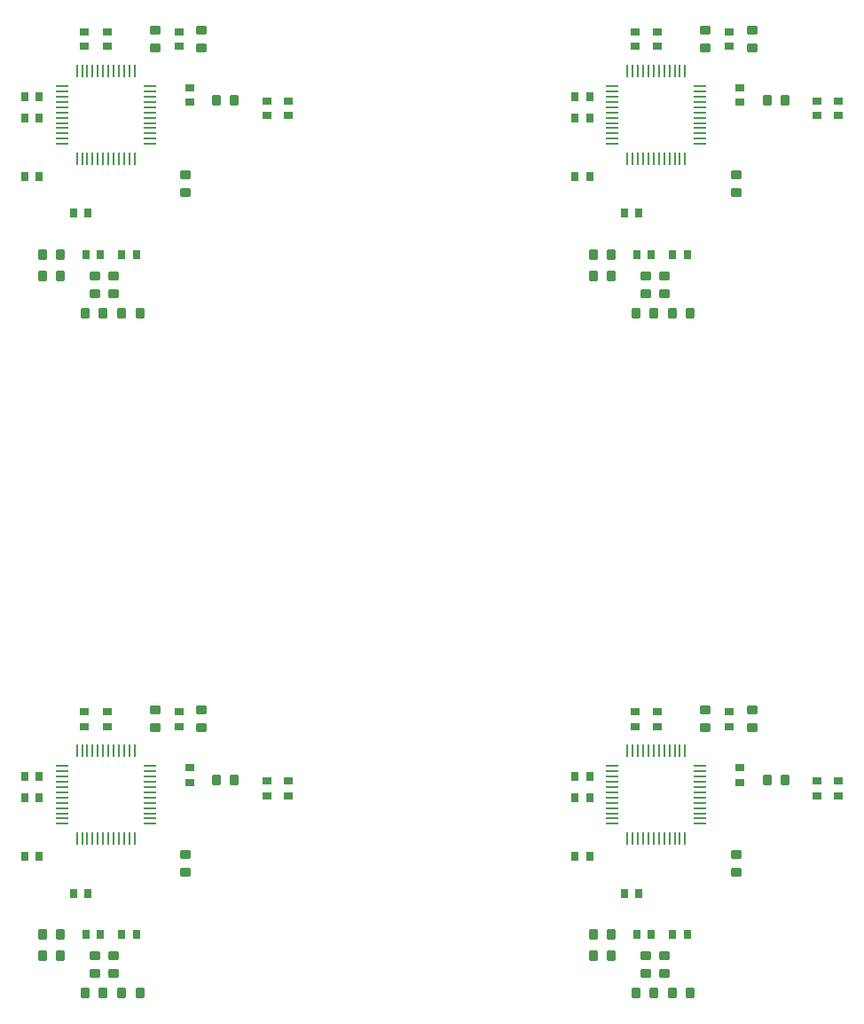
<source format=gtp>
G04 Layer_Color=8421504*
%FSLAX25Y25*%
%MOIN*%
G70*
G01*
G75*
G04:AMPARAMS|DCode=11|XSize=39.37mil|YSize=35.43mil|CornerRadius=4.43mil|HoleSize=0mil|Usage=FLASHONLY|Rotation=90.000|XOffset=0mil|YOffset=0mil|HoleType=Round|Shape=RoundedRectangle|*
%AMROUNDEDRECTD11*
21,1,0.03937,0.02657,0,0,90.0*
21,1,0.03051,0.03543,0,0,90.0*
1,1,0.00886,0.01329,0.01526*
1,1,0.00886,0.01329,-0.01526*
1,1,0.00886,-0.01329,-0.01526*
1,1,0.00886,-0.01329,0.01526*
%
%ADD11ROUNDEDRECTD11*%
G04:AMPARAMS|DCode=12|XSize=39.37mil|YSize=35.43mil|CornerRadius=4.43mil|HoleSize=0mil|Usage=FLASHONLY|Rotation=180.000|XOffset=0mil|YOffset=0mil|HoleType=Round|Shape=RoundedRectangle|*
%AMROUNDEDRECTD12*
21,1,0.03937,0.02657,0,0,180.0*
21,1,0.03051,0.03543,0,0,180.0*
1,1,0.00886,-0.01526,0.01329*
1,1,0.00886,0.01526,0.01329*
1,1,0.00886,0.01526,-0.01329*
1,1,0.00886,-0.01526,-0.01329*
%
%ADD12ROUNDEDRECTD12*%
%ADD15R,0.02953X0.03740*%
%ADD16R,0.03740X0.02953*%
%ADD39O,0.00781X0.05112*%
%ADD40O,0.05112X0.00781*%
D11*
X111100Y98000D02*
D03*
X117793D02*
D03*
X104100D02*
D03*
X97407D02*
D03*
X81407Y112000D02*
D03*
X88100D02*
D03*
Y120000D02*
D03*
X81407D02*
D03*
X153347Y178000D02*
D03*
X146653D02*
D03*
X318000Y98000D02*
D03*
X324693D02*
D03*
X311000D02*
D03*
X304307D02*
D03*
X288307Y112000D02*
D03*
X295000D02*
D03*
Y120000D02*
D03*
X288307D02*
D03*
X360246Y178000D02*
D03*
X353554D02*
D03*
X111100Y353400D02*
D03*
X117793D02*
D03*
X104100D02*
D03*
X97407D02*
D03*
X81407Y367400D02*
D03*
X88100D02*
D03*
Y375400D02*
D03*
X81407D02*
D03*
X153347Y433400D02*
D03*
X146653D02*
D03*
X318000Y353400D02*
D03*
X324693D02*
D03*
X311000D02*
D03*
X304307D02*
D03*
X288307Y367400D02*
D03*
X295000D02*
D03*
Y375400D02*
D03*
X288307D02*
D03*
X360246Y433400D02*
D03*
X353554D02*
D03*
D12*
X101100Y105307D02*
D03*
Y112000D02*
D03*
X108100D02*
D03*
Y105307D02*
D03*
X123500Y197654D02*
D03*
Y204346D02*
D03*
X141000Y197654D02*
D03*
Y204346D02*
D03*
X135000Y143500D02*
D03*
Y150193D02*
D03*
X308000Y105307D02*
D03*
Y112000D02*
D03*
X315000D02*
D03*
Y105307D02*
D03*
X330400Y197654D02*
D03*
Y204346D02*
D03*
X347900Y197654D02*
D03*
Y204346D02*
D03*
X341900Y143500D02*
D03*
Y150193D02*
D03*
X101100Y360707D02*
D03*
Y367400D02*
D03*
X108100D02*
D03*
Y360707D02*
D03*
X123500Y453054D02*
D03*
Y459747D02*
D03*
X141000Y453054D02*
D03*
Y459747D02*
D03*
X135000Y398900D02*
D03*
Y405593D02*
D03*
X308000Y360707D02*
D03*
Y367400D02*
D03*
X315000D02*
D03*
Y360707D02*
D03*
X330400Y453054D02*
D03*
Y459747D02*
D03*
X347900Y453054D02*
D03*
Y459747D02*
D03*
X341900Y398900D02*
D03*
Y405593D02*
D03*
D15*
X74488Y179500D02*
D03*
X80000D02*
D03*
X98412Y135600D02*
D03*
X92900D02*
D03*
X74488Y149500D02*
D03*
X80000D02*
D03*
X80012Y171500D02*
D03*
X74500D02*
D03*
X97588Y120000D02*
D03*
X103100D02*
D03*
X111100D02*
D03*
X116612D02*
D03*
X281388Y179500D02*
D03*
X286900D02*
D03*
X305312Y135600D02*
D03*
X299800D02*
D03*
X281388Y149500D02*
D03*
X286900D02*
D03*
X286912Y171500D02*
D03*
X281400D02*
D03*
X304488Y120000D02*
D03*
X310000D02*
D03*
X318000D02*
D03*
X323512D02*
D03*
X74488Y434900D02*
D03*
X80000D02*
D03*
X98412Y391000D02*
D03*
X92900D02*
D03*
X74488Y404900D02*
D03*
X80000D02*
D03*
X80012Y426900D02*
D03*
X74500D02*
D03*
X97588Y375400D02*
D03*
X103100D02*
D03*
X111100D02*
D03*
X116612D02*
D03*
X281388Y434900D02*
D03*
X286900D02*
D03*
X305312Y391000D02*
D03*
X299800D02*
D03*
X281388Y404900D02*
D03*
X286900D02*
D03*
X286912Y426900D02*
D03*
X281400D02*
D03*
X304488Y375400D02*
D03*
X310000D02*
D03*
X318000D02*
D03*
X323512D02*
D03*
D16*
X105500Y198244D02*
D03*
Y203756D02*
D03*
X132500D02*
D03*
Y198244D02*
D03*
X165500Y172244D02*
D03*
Y177756D02*
D03*
X173500D02*
D03*
Y172244D02*
D03*
X97000Y203756D02*
D03*
Y198244D02*
D03*
X136500Y177244D02*
D03*
Y182756D02*
D03*
X312400Y198244D02*
D03*
Y203756D02*
D03*
X339400D02*
D03*
Y198244D02*
D03*
X372400Y172244D02*
D03*
Y177756D02*
D03*
X380400D02*
D03*
Y172244D02*
D03*
X303900Y203756D02*
D03*
Y198244D02*
D03*
X343400Y177244D02*
D03*
Y182756D02*
D03*
X105500Y453644D02*
D03*
Y459156D02*
D03*
X132500D02*
D03*
Y453644D02*
D03*
X165500Y427644D02*
D03*
Y433156D02*
D03*
X173500D02*
D03*
Y427644D02*
D03*
X97000Y459156D02*
D03*
Y453644D02*
D03*
X136500Y432644D02*
D03*
Y438156D02*
D03*
X312400Y453644D02*
D03*
Y459156D02*
D03*
X339400D02*
D03*
Y453644D02*
D03*
X372400Y427644D02*
D03*
Y433156D02*
D03*
X380400D02*
D03*
Y427644D02*
D03*
X303900Y459156D02*
D03*
Y453644D02*
D03*
X343400Y432644D02*
D03*
Y438156D02*
D03*
D39*
X115827Y155965D02*
D03*
X113858D02*
D03*
X111890D02*
D03*
X109921D02*
D03*
X107953D02*
D03*
X105984D02*
D03*
X104016D02*
D03*
X102047D02*
D03*
X100079D02*
D03*
X98110D02*
D03*
X96142D02*
D03*
X94173D02*
D03*
Y189035D02*
D03*
X96142D02*
D03*
X98110D02*
D03*
X100079D02*
D03*
X102047D02*
D03*
X104016D02*
D03*
X105984D02*
D03*
X107953D02*
D03*
X109921D02*
D03*
X111890D02*
D03*
X113858D02*
D03*
X115827D02*
D03*
X322727Y155965D02*
D03*
X320758D02*
D03*
X318790D02*
D03*
X316821D02*
D03*
X314853D02*
D03*
X312884D02*
D03*
X310916D02*
D03*
X308947D02*
D03*
X306979D02*
D03*
X305010D02*
D03*
X303042D02*
D03*
X301073D02*
D03*
Y189035D02*
D03*
X303042D02*
D03*
X305010D02*
D03*
X306979D02*
D03*
X308947D02*
D03*
X310916D02*
D03*
X312884D02*
D03*
X314853D02*
D03*
X316821D02*
D03*
X318790D02*
D03*
X320758D02*
D03*
X322727D02*
D03*
X115827Y411365D02*
D03*
X113858D02*
D03*
X111890D02*
D03*
X109921D02*
D03*
X107953D02*
D03*
X105984D02*
D03*
X104016D02*
D03*
X102047D02*
D03*
X100079D02*
D03*
X98110D02*
D03*
X96142D02*
D03*
X94173D02*
D03*
Y444436D02*
D03*
X96142D02*
D03*
X98110D02*
D03*
X100079D02*
D03*
X102047D02*
D03*
X104016D02*
D03*
X105984D02*
D03*
X107953D02*
D03*
X109921D02*
D03*
X111890D02*
D03*
X113858D02*
D03*
X115827D02*
D03*
X322727Y411365D02*
D03*
X320758D02*
D03*
X318790D02*
D03*
X316821D02*
D03*
X314853D02*
D03*
X312884D02*
D03*
X310916D02*
D03*
X308947D02*
D03*
X306979D02*
D03*
X305010D02*
D03*
X303042D02*
D03*
X301073D02*
D03*
Y444436D02*
D03*
X303042D02*
D03*
X305010D02*
D03*
X306979D02*
D03*
X308947D02*
D03*
X310916D02*
D03*
X312884D02*
D03*
X314853D02*
D03*
X316821D02*
D03*
X318790D02*
D03*
X320758D02*
D03*
X322727D02*
D03*
D40*
X88465Y161673D02*
D03*
Y163642D02*
D03*
Y165610D02*
D03*
Y167579D02*
D03*
Y169547D02*
D03*
Y171516D02*
D03*
Y173484D02*
D03*
Y175453D02*
D03*
Y177421D02*
D03*
Y179390D02*
D03*
Y181358D02*
D03*
Y183327D02*
D03*
X121535D02*
D03*
Y181358D02*
D03*
Y179390D02*
D03*
Y177421D02*
D03*
Y175453D02*
D03*
Y173484D02*
D03*
Y171516D02*
D03*
Y169547D02*
D03*
Y167579D02*
D03*
Y165610D02*
D03*
Y163642D02*
D03*
Y161673D02*
D03*
X295365D02*
D03*
Y163642D02*
D03*
Y165610D02*
D03*
Y167579D02*
D03*
Y169547D02*
D03*
Y171516D02*
D03*
Y173484D02*
D03*
Y175453D02*
D03*
Y177421D02*
D03*
Y179390D02*
D03*
Y181358D02*
D03*
Y183327D02*
D03*
X328435D02*
D03*
Y181358D02*
D03*
Y179390D02*
D03*
Y177421D02*
D03*
Y175453D02*
D03*
Y173484D02*
D03*
Y171516D02*
D03*
Y169547D02*
D03*
Y167579D02*
D03*
Y165610D02*
D03*
Y163642D02*
D03*
Y161673D02*
D03*
X88465Y417073D02*
D03*
Y419042D02*
D03*
Y421010D02*
D03*
Y422979D02*
D03*
Y424947D02*
D03*
Y426916D02*
D03*
Y428884D02*
D03*
Y430853D02*
D03*
Y432821D02*
D03*
Y434790D02*
D03*
Y436758D02*
D03*
Y438727D02*
D03*
X121535D02*
D03*
Y436758D02*
D03*
Y434790D02*
D03*
Y432821D02*
D03*
Y430853D02*
D03*
Y428884D02*
D03*
Y426916D02*
D03*
Y424947D02*
D03*
Y422979D02*
D03*
Y421010D02*
D03*
Y419042D02*
D03*
Y417073D02*
D03*
X295365D02*
D03*
Y419042D02*
D03*
Y421010D02*
D03*
Y422979D02*
D03*
Y424947D02*
D03*
Y426916D02*
D03*
Y428884D02*
D03*
Y430853D02*
D03*
Y432821D02*
D03*
Y434790D02*
D03*
Y436758D02*
D03*
Y438727D02*
D03*
X328435D02*
D03*
Y436758D02*
D03*
Y434790D02*
D03*
Y432821D02*
D03*
Y430853D02*
D03*
Y428884D02*
D03*
Y426916D02*
D03*
Y424947D02*
D03*
Y422979D02*
D03*
Y421010D02*
D03*
Y419042D02*
D03*
Y417073D02*
D03*
M02*

</source>
